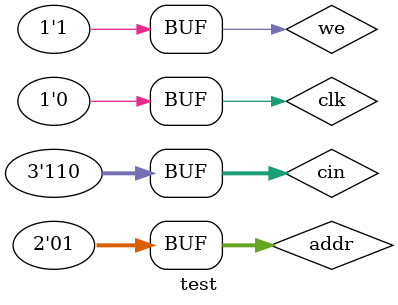
<source format=v>
`include "./mem.v"
module test;
    reg [1:0] addr;
    reg [2:0] cin;
    reg       clk, we;
    wire [2:0] cout;
    initial
      begin
          we = 1;
          addr = 2'b01;
          cin = 3'b110;
      end
    initial
      begin
          #0 clk = 0;
          repeat(20)
            #1 clk = ~clk;
          
      end
    mem #(2,3) mem( .addr(addr),
                   .cin(cin),
                   .clk(clk),
                   .we(we),
                   .cout(cout)
                   );
    initial
      begin
          $dumpfile("mem.vcd");
          $dumpvars(0,test);
      end
endmodule // test

    
</source>
